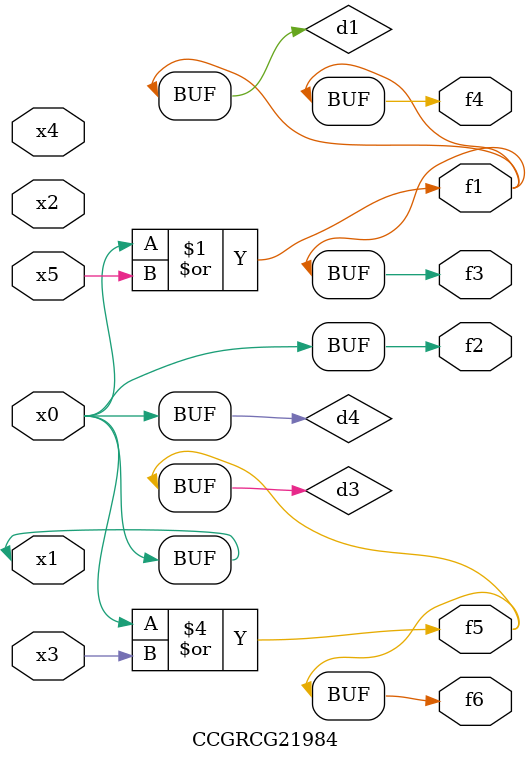
<source format=v>
module CCGRCG21984(
	input x0, x1, x2, x3, x4, x5,
	output f1, f2, f3, f4, f5, f6
);

	wire d1, d2, d3, d4;

	or (d1, x0, x5);
	xnor (d2, x1, x4);
	or (d3, x0, x3);
	buf (d4, x0, x1);
	assign f1 = d1;
	assign f2 = d4;
	assign f3 = d1;
	assign f4 = d1;
	assign f5 = d3;
	assign f6 = d3;
endmodule

</source>
